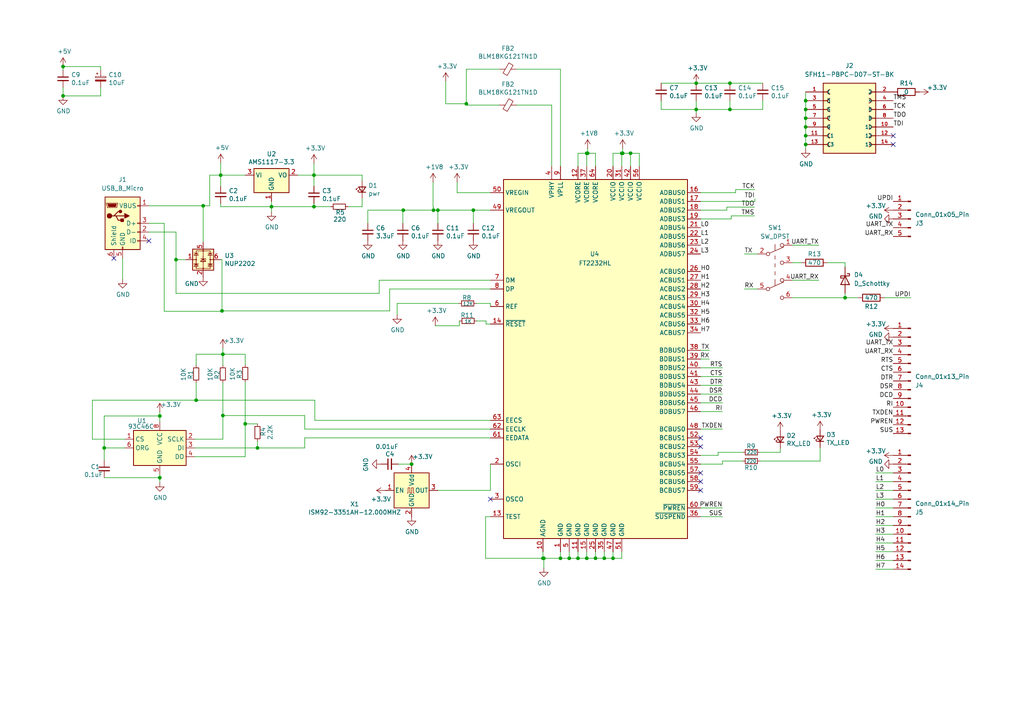
<source format=kicad_sch>
(kicad_sch (version 20230121) (generator eeschema)
  (paper "A4")
  (lib_symbols
    (symbol "Connector:Conn_01x05_Pin" (pin_names (offset 1.016) hide)
      (property "Reference" "J" (at 0 7.62 0))
      (property "Value" "Conn_01x05_Pin" (at 0 -7.62 0))
      (symbol "Conn_01x05_Pin_1_1"
        (pin passive line (at 5.08 5.08 180) (length 3.81) (name "Pin_1") (number "1"))
        (pin passive line (at 5.08 2.54 180) (length 3.81) (name "Pin_2") (number "2"))
        (pin passive line (at 5.08 0 180) (length 3.81) (name "Pin_3") (number "3"))
        (pin passive line (at 5.08 -2.54 180) (length 3.81) (name "Pin_4") (number "4"))
        (pin passive line (at 5.08 -5.08 180) (length 3.81) (name "Pin_5") (number "5"))
      )
    )
    (symbol "Connector:Conn_01x13_Pin" (pin_names (offset 1.016) hide)
      (property "Reference" "J" (at 0 17.78 0))
      (property "Value" "Conn_01x13_Pin" (at 0 -17.78 0))
      (symbol "Conn_01x13_Pin_1_1"
        (pin passive line (at 5.08 15.24 180) (length 3.81) (name "Pin_1") (number "1"))
        (pin passive line (at 5.08 -7.62 180) (length 3.81) (name "Pin_10") (number "10"))
        (pin passive line (at 5.08 -10.16 180) (length 3.81) (name "Pin_11") (number "11"))
        (pin passive line (at 5.08 -12.7 180) (length 3.81) (name "Pin_12") (number "12"))
        (pin passive line (at 5.08 -15.24 180) (length 3.81) (name "Pin_13") (number "13"))
        (pin passive line (at 5.08 12.7 180) (length 3.81) (name "Pin_2") (number "2"))
        (pin passive line (at 5.08 10.16 180) (length 3.81) (name "Pin_3") (number "3"))
        (pin passive line (at 5.08 7.62 180) (length 3.81) (name "Pin_4") (number "4"))
        (pin passive line (at 5.08 5.08 180) (length 3.81) (name "Pin_5") (number "5"))
        (pin passive line (at 5.08 2.54 180) (length 3.81) (name "Pin_6") (number "6"))
        (pin passive line (at 5.08 0 180) (length 3.81) (name "Pin_7") (number "7"))
        (pin passive line (at 5.08 -2.54 180) (length 3.81) (name "Pin_8") (number "8"))
        (pin passive line (at 5.08 -5.08 180) (length 3.81) (name "Pin_9") (number "9"))
      )
    )
    (symbol "Connector:Conn_01x14_Pin" (pin_names (offset 1.016) hide)
      (property "Reference" "J" (at 0 17.78 0))
      (property "Value" "Conn_01x14_Pin" (at 0 -20.32 0))
      (symbol "Conn_01x14_Pin_1_1"
        (pin passive line (at 5.08 15.24 180) (length 3.81) (name "Pin_1") (number "1"))
        (pin passive line (at 5.08 -7.62 180) (length 3.81) (name "Pin_10") (number "10"))
        (pin passive line (at 5.08 -10.16 180) (length 3.81) (name "Pin_11") (number "11"))
        (pin passive line (at 5.08 -12.7 180) (length 3.81) (name "Pin_12") (number "12"))
        (pin passive line (at 5.08 -15.24 180) (length 3.81) (name "Pin_13") (number "13"))
        (pin passive line (at 5.08 -17.78 180) (length 3.81) (name "Pin_14") (number "14"))
        (pin passive line (at 5.08 12.7 180) (length 3.81) (name "Pin_2") (number "2"))
        (pin passive line (at 5.08 10.16 180) (length 3.81) (name "Pin_3") (number "3"))
        (pin passive line (at 5.08 7.62 180) (length 3.81) (name "Pin_4") (number "4"))
        (pin passive line (at 5.08 5.08 180) (length 3.81) (name "Pin_5") (number "5"))
        (pin passive line (at 5.08 2.54 180) (length 3.81) (name "Pin_6") (number "6"))
        (pin passive line (at 5.08 0 180) (length 3.81) (name "Pin_7") (number "7"))
        (pin passive line (at 5.08 -2.54 180) (length 3.81) (name "Pin_8") (number "8"))
        (pin passive line (at 5.08 -5.08 180) (length 3.81) (name "Pin_9") (number "9"))
      )
    )
    (symbol "Connector:USB_B_Micro" (pin_names (offset 1.016))
      (property "Reference" "J" (at -5.08 11.43 0))
      (property "Value" "USB_B_Micro" (at -5.08 8.89 0))
      (symbol "USB_B_Micro_1_1"
        (pin power_out line (at 7.62 5.08 180) (length 2.54) (name "VBUS") (number "1"))
        (pin bidirectional line (at 7.62 -2.54 180) (length 2.54) (name "D-") (number "2"))
        (pin bidirectional line (at 7.62 0 180) (length 2.54) (name "D+") (number "3"))
        (pin passive line (at 7.62 -5.08 180) (length 2.54) (name "ID") (number "4"))
        (pin power_out line (at 0 -10.16 90) (length 2.54) (name "GND") (number "5"))
        (pin passive line (at -2.54 -10.16 90) (length 2.54) (name "Shield") (number "6"))
      )
    )
    (symbol "Device:C_Polarized_Small" (pin_numbers hide) (pin_names (offset 0.254) hide)
      (property "Reference" "C" (at 0.254 1.778 0))
      (property "Value" "C_Polarized_Small" (at 0.254 -2.032 0))
      (symbol "C_Polarized_Small_1_1"
        (pin passive line (at 0 2.54 270) (length 1.8542) (name "~") (number "1"))
        (pin passive line (at 0 -2.54 90) (length 1.8542) (name "~") (number "2"))
      )
    )
    (symbol "Device:C_Small" (pin_numbers hide) (pin_names (offset 0.254) hide)
      (property "Reference" "C" (at 0.254 1.778 0))
      (property "Value" "C_Small" (at 0.254 -2.032 0))
      (symbol "C_Small_1_1"
        (pin passive line (at 0 2.54 270) (length 2.032) (name "~") (number "1"))
        (pin passive line (at 0 -2.54 90) (length 2.032) (name "~") (number "2"))
      )
    )
    (symbol "Device:D_Schottky" (pin_numbers hide) (pin_names (offset 1.016) hide)
      (property "Reference" "D" (at 0 2.54 0))
      (property "Value" "D_Schottky" (at 0 -2.54 0))
      (symbol "D_Schottky_1_1"
        (pin passive line (at -3.81 0 0) (length 2.54) (name "K") (number "1"))
        (pin passive line (at 3.81 0 180) (length 2.54) (name "A") (number "2"))
      )
    )
    (symbol "Device:FerriteBead_Small" (pin_numbers hide) (pin_names (offset 0))
      (property "Reference" "FB" (at 1.905 1.27 0))
      (property "Value" "FerriteBead_Small" (at 1.905 -1.27 0))
      (symbol "FerriteBead_Small_1_1"
        (pin passive line (at 0 2.54 270) (length 1.27) (name "~") (number "1"))
        (pin passive line (at 0 -2.54 90) (length 1.27) (name "~") (number "2"))
      )
    )
    (symbol "Device:LED_Small" (pin_numbers hide) (pin_names (offset 0.254) hide)
      (property "Reference" "D" (at -1.27 3.175 0))
      (property "Value" "LED_Small" (at -4.445 -2.54 0))
      (symbol "LED_Small_1_1"
        (pin passive line (at -2.54 0 0) (length 1.778) (name "K") (number "1"))
        (pin passive line (at 2.54 0 180) (length 1.778) (name "A") (number "2"))
      )
    )
    (symbol "Device:R" (pin_numbers hide) (pin_names (offset 0))
      (property "Reference" "R" (at 2.032 0 90))
      (property "Value" "R" (at 0 0 90))
      (symbol "R_1_1"
        (pin passive line (at 0 3.81 270) (length 1.27) (name "~") (number "1"))
        (pin passive line (at 0 -3.81 90) (length 1.27) (name "~") (number "2"))
      )
    )
    (symbol "Device:R_Small" (pin_numbers hide) (pin_names (offset 0.254) hide)
      (property "Reference" "R" (at 0.762 0.508 0))
      (property "Value" "R_Small" (at 0.762 -1.016 0))
      (symbol "R_Small_1_1"
        (pin passive line (at 0 2.54 270) (length 0.762) (name "~") (number "1"))
        (pin passive line (at 0 -2.54 90) (length 0.762) (name "~") (number "2"))
      )
    )
    (symbol "Interface_USB:FT2232HL"
      (property "Reference" "U" (at -26.67 53.34 0))
      (property "Value" "FT2232HL" (at 19.05 53.34 0))
      (symbol "FT2232HL_1_1"
        (pin power_in line (at -10.16 -55.88 90) (length 3.81) (name "GND") (number "1"))
        (pin power_in line (at -15.24 -55.88 90) (length 3.81) (name "AGND") (number "10"))
        (pin power_in line (at -5.08 -55.88 90) (length 3.81) (name "GND") (number "11"))
        (pin power_in line (at -5.08 55.88 270) (length 3.81) (name "VCORE") (number "12"))
        (pin input line (at -30.48 -45.72 0) (length 3.81) (name "TEST") (number "13"))
        (pin input line (at -30.48 10.16 0) (length 3.81) (name "~{RESET}") (number "14"))
        (pin power_in line (at -2.54 -55.88 90) (length 3.81) (name "GND") (number "15"))
        (pin bidirectional line (at 30.48 48.26 180) (length 3.81) (name "ADBUS0") (number "16"))
        (pin bidirectional line (at 30.48 45.72 180) (length 3.81) (name "ADBUS1") (number "17"))
        (pin bidirectional line (at 30.48 43.18 180) (length 3.81) (name "ADBUS2") (number "18"))
        (pin bidirectional line (at 30.48 40.64 180) (length 3.81) (name "ADBUS3") (number "19"))
        (pin input line (at -30.48 -30.48 0) (length 3.81) (name "OSCI") (number "2"))
        (pin power_in line (at 5.08 55.88 270) (length 3.81) (name "VCCIO") (number "20"))
        (pin bidirectional line (at 30.48 38.1 180) (length 3.81) (name "ADBUS4") (number "21"))
        (pin bidirectional line (at 30.48 35.56 180) (length 3.81) (name "ADBUS5") (number "22"))
        (pin bidirectional line (at 30.48 33.02 180) (length 3.81) (name "ADBUS6") (number "23"))
        (pin bidirectional line (at 30.48 30.48 180) (length 3.81) (name "ADBUS7") (number "24"))
        (pin power_in line (at 0 -55.88 90) (length 3.81) (name "GND") (number "25"))
        (pin bidirectional line (at 30.48 25.4 180) (length 3.81) (name "ACBUS0") (number "26"))
        (pin bidirectional line (at 30.48 22.86 180) (length 3.81) (name "ACBUS1") (number "27"))
        (pin bidirectional line (at 30.48 20.32 180) (length 3.81) (name "ACBUS2") (number "28"))
        (pin bidirectional line (at 30.48 17.78 180) (length 3.81) (name "ACBUS3") (number "29"))
        (pin output line (at -30.48 -40.64 0) (length 3.81) (name "OSCO") (number "3"))
        (pin bidirectional line (at 30.48 15.24 180) (length 3.81) (name "ACBUS4") (number "30"))
        (pin power_in line (at 7.62 55.88 270) (length 3.81) (name "VCCIO") (number "31"))
        (pin bidirectional line (at 30.48 12.7 180) (length 3.81) (name "ACBUS5") (number "32"))
        (pin bidirectional line (at 30.48 10.16 180) (length 3.81) (name "ACBUS6") (number "33"))
        (pin bidirectional line (at 30.48 7.62 180) (length 3.81) (name "ACBUS7") (number "34"))
        (pin power_in line (at 2.54 -55.88 90) (length 3.81) (name "GND") (number "35"))
        (pin output line (at 30.48 -45.72 180) (length 3.81) (name "~{SUSPEND}") (number "36"))
        (pin power_in line (at -2.54 55.88 270) (length 3.81) (name "VCORE") (number "37"))
        (pin bidirectional line (at 30.48 2.54 180) (length 3.81) (name "BDBUS0") (number "38"))
        (pin bidirectional line (at 30.48 0 180) (length 3.81) (name "BDBUS1") (number "39"))
        (pin power_in line (at -12.7 55.88 270) (length 3.81) (name "VPHY") (number "4"))
        (pin bidirectional line (at 30.48 -2.54 180) (length 3.81) (name "BDBUS2") (number "40"))
        (pin bidirectional line (at 30.48 -5.08 180) (length 3.81) (name "BDBUS3") (number "41"))
        (pin power_in line (at 10.16 55.88 270) (length 3.81) (name "VCCIO") (number "42"))
        (pin bidirectional line (at 30.48 -7.62 180) (length 3.81) (name "BDBUS4") (number "43"))
        (pin bidirectional line (at 30.48 -10.16 180) (length 3.81) (name "BDBUS5") (number "44"))
        (pin bidirectional line (at 30.48 -12.7 180) (length 3.81) (name "BDBUS6") (number "45"))
        (pin bidirectional line (at 30.48 -15.24 180) (length 3.81) (name "BDBUS7") (number "46"))
        (pin power_in line (at 5.08 -55.88 90) (length 3.81) (name "GND") (number "47"))
        (pin bidirectional line (at 30.48 -20.32 180) (length 3.81) (name "BCBUS0") (number "48"))
        (pin power_out line (at -30.48 43.18 0) (length 3.81) (name "VREGOUT") (number "49"))
        (pin power_in line (at -7.62 -55.88 90) (length 3.81) (name "GND") (number "5"))
        (pin power_in line (at -30.48 48.26 0) (length 3.81) (name "VREGIN") (number "50"))
        (pin power_in line (at 7.62 -55.88 90) (length 3.81) (name "GND") (number "51"))
        (pin bidirectional line (at 30.48 -22.86 180) (length 3.81) (name "BCBUS1") (number "52"))
        (pin bidirectional line (at 30.48 -25.4 180) (length 3.81) (name "BCBUS2") (number "53"))
        (pin bidirectional line (at 30.48 -27.94 180) (length 3.81) (name "BCBUS3") (number "54"))
        (pin bidirectional line (at 30.48 -30.48 180) (length 3.81) (name "BCBUS4") (number "55"))
        (pin power_in line (at 12.7 55.88 270) (length 3.81) (name "VCCIO") (number "56"))
        (pin bidirectional line (at 30.48 -33.02 180) (length 3.81) (name "BCBUS5") (number "57"))
        (pin bidirectional line (at 30.48 -35.56 180) (length 3.81) (name "BCBUS6") (number "58"))
        (pin bidirectional line (at 30.48 -38.1 180) (length 3.81) (name "BCBUS7") (number "59"))
        (pin output line (at -30.48 15.24 0) (length 3.81) (name "REF") (number "6"))
        (pin output line (at 30.48 -43.18 180) (length 3.81) (name "~{PWREN}") (number "60"))
        (pin bidirectional line (at -30.48 -22.86 0) (length 3.81) (name "EEDATA") (number "61"))
        (pin output line (at -30.48 -20.32 0) (length 3.81) (name "EECLK") (number "62"))
        (pin output line (at -30.48 -17.78 0) (length 3.81) (name "EECS") (number "63"))
        (pin power_in line (at 0 55.88 270) (length 3.81) (name "VCORE") (number "64"))
        (pin bidirectional line (at -30.48 22.86 0) (length 3.81) (name "DM") (number "7"))
        (pin bidirectional line (at -30.48 20.32 0) (length 3.81) (name "DP") (number "8"))
        (pin input line (at -10.16 55.88 270) (length 3.81) (name "VPLL") (number "9"))
      )
    )
    (symbol "Memory_EEPROM:93CxxC"
      (property "Reference" "U" (at -7.62 6.35 0))
      (property "Value" "93CxxC" (at 2.54 -6.35 0))
      (symbol "93CxxC_1_1"
        (pin input line (at -10.16 2.54 0) (length 2.54) (name "CS") (number "1"))
        (pin input line (at 10.16 2.54 180) (length 2.54) (name "SCLK") (number "2"))
        (pin input line (at 10.16 0 180) (length 2.54) (name "DI") (number "3"))
        (pin tri_state line (at 10.16 -2.54 180) (length 2.54) (name "DO") (number "4"))
        (pin power_in line (at 0 -7.62 90) (length 2.54) (name "GND") (number "5"))
        (pin input line (at -10.16 0 0) (length 2.54) (name "ORG") (number "6"))
        (pin no_connect line (at -7.62 -2.54 0) (length 2.54) hide (name "NC") (number "7"))
        (pin power_in line (at 0 7.62 270) (length 2.54) (name "VCC") (number "8"))
      )
    )
    (symbol "Oscillator:ASE-xxxMHz" (pin_names (offset 0.254))
      (property "Reference" "X" (at -5.08 6.35 0))
      (property "Value" "ASE-xxxMHz" (at 1.27 -6.35 0))
      (symbol "ASE-xxxMHz_1_1"
        (pin input line (at -7.62 0 0) (length 2.54) (name "EN") (number "1"))
        (pin power_in line (at 0 -7.62 90) (length 2.54) (name "GND") (number "2"))
        (pin output line (at 7.62 0 180) (length 2.54) (name "OUT") (number "3"))
        (pin power_in line (at 0 7.62 270) (length 2.54) (name "Vdd") (number "4"))
      )
    )
    (symbol "Power_Protection:NUP2202"
      (property "Reference" "U" (at -5.334 -2.54 0))
      (property "Value" "NUP2202" (at 6.35 1.27 90))
      (symbol "NUP2202_1_1"
        (pin passive line (at -5.08 0 0) (length 2.54) (name "~") (number "1"))
        (pin passive line (at 0 -5.08 90) (length 2.54) (name "~") (number "2"))
        (pin no_connect line (at 0 -2.54 90) (length 2.54) hide (name "~") (number "3"))
        (pin no_connect line (at 0 2.54 270) (length 2.54) hide (name "~") (number "4"))
        (pin passive line (at 0 5.08 270) (length 2.54) (name "~") (number "5"))
        (pin passive line (at 5.08 0 180) (length 2.54) (name "~") (number "6"))
      )
    )
    (symbol "Regulator_Linear:AMS1117-3.3"
      (property "Reference" "U" (at -3.81 3.175 0))
      (property "Value" "AMS1117-3.3" (at 0 3.175 0))
      (symbol "AMS1117-3.3_1_1"
        (pin power_in line (at 0 -7.62 90) (length 2.54) (name "GND") (number "1"))
        (pin power_out line (at 7.62 0 180) (length 2.54) (name "VO") (number "2"))
        (pin power_in line (at -7.62 0 0) (length 2.54) (name "VI") (number "3"))
      )
    )
    (symbol "Switch:SW_Push_DPDT" (pin_names (offset 0) hide)
      (property "Reference" "SW" (at 0 8.89 0))
      (property "Value" "SW_Push_DPDT" (at 0 -10.16 0))
      (symbol "SW_Push_DPDT_1_1"
        (pin passive line (at 5.08 7.62 180) (length 2.54) (name "A") (number "1"))
        (pin passive line (at -5.08 5.08 0) (length 2.54) (name "B") (number "2"))
        (pin passive line (at 5.08 2.54 180) (length 2.54) (name "C") (number "3"))
        (pin passive line (at 5.08 -2.54 180) (length 2.54) (name "A") (number "4"))
        (pin passive line (at -5.08 -5.08 0) (length 2.54) (name "B") (number "5"))
        (pin passive line (at 5.08 -7.62 180) (length 2.54) (name "C") (number "6"))
      )
    )
    (symbol "power:+1V8" (power) (pin_names (offset 0))
      (property "Value" "+1V8" (at 0 3.556 0))
      (symbol "+1V8_1_1"
        (pin power_in line (at 0 0 90) (length 0) hide (name "+1V8") (number "1"))
      )
    )
    (symbol "power:+3.3V" (power) (pin_names (offset 0))
      (property "Value" "+3.3V" (at 0 3.556 0))
      (symbol "+3.3V_1_1"
        (pin power_in line (at 0 0 90) (length 0) hide (name "+3.3V") (number "1"))
      )
    )
    (symbol "power:+5V" (power) (pin_names (offset 0))
      (property "Value" "+5V" (at 0 3.556 0))
      (symbol "+5V_1_1"
        (pin power_in line (at 0 0 90) (length 0) hide (name "+5V") (number "1"))
      )
    )
    (symbol "power:GND" (power) (pin_names (offset 0))
      (property "Value" "GND" (at 0 -3.81 0))
      (symbol "GND_1_1"
        (pin power_in line (at 0 0 270) (length 0) hide (name "GND") (number "1"))
      )
    )
    (symbol "programmer:SFH11-PBPC-D07-ST-BK" (pin_names (offset 1.016))
      (property "Reference" "J" (at -7.62 11.43 0))
      (property "Value" "SFH11-PBPC-D07-ST-BK" (at -7.62 -12.7 0))
      (symbol "SFH11-PBPC-D07-ST-BK_0_0"
        (pin passive line (at -12.7 7.62 0) (length 5.08) (name "1") (number "1"))
        (pin passive line (at 12.7 -2.54 180) (length 5.08) (name "10") (number "10"))
        (pin passive line (at -12.7 -5.08 0) (length 5.08) (name "11") (number "11"))
        (pin passive line (at 12.7 -5.08 180) (length 5.08) (name "12") (number "12"))
        (pin passive line (at -12.7 -7.62 0) (length 5.08) (name "13") (number "13"))
        (pin passive line (at 12.7 -7.62 180) (length 5.08) (name "14") (number "14"))
        (pin passive line (at 12.7 7.62 180) (length 5.08) (name "2") (number "2"))
        (pin passive line (at -12.7 5.08 0) (length 5.08) (name "3") (number "3"))
        (pin passive line (at 12.7 5.08 180) (length 5.08) (name "4") (number "4"))
        (pin passive line (at -12.7 2.54 0) (length 5.08) (name "5") (number "5"))
        (pin passive line (at 12.7 2.54 180) (length 5.08) (name "6") (number "6"))
        (pin passive line (at -12.7 0 0) (length 5.08) (name "7") (number "7"))
        (pin passive line (at 12.7 0 180) (length 5.08) (name "8") (number "8"))
        (pin passive line (at -12.7 -2.54 0) (length 5.08) (name "9") (number "9"))
      )
    )
  )
  (junction (at 18.288 27.813))
  (junction (at 78.74 59.944))
  (junction (at 211.709 31.75))
  (junction (at 125.73 60.96))
  (junction (at 135.255 30.099))
  (junction (at 170.18 161.925))
  (junction (at 64.643 102.743))
  (junction (at 172.72 161.925))
  (junction (at 56.896 116.078))
  (junction (at 170.18 44.45))
  (junction (at 233.68 31.75))
  (junction (at 233.68 41.91))
  (junction (at 74.676 129.921))
  (junction (at 157.48 161.925))
  (junction (at 64.008 50.8))
  (junction (at 182.88 44.45))
  (junction (at 167.64 161.925))
  (junction (at 127 60.96))
  (junction (at 201.93 24.13))
  (junction (at 64.643 120.523))
  (junction (at 64.389 90.17))
  (junction (at 30.226 129.921))
  (junction (at 201.93 31.75))
  (junction (at 165.1 161.925))
  (junction (at 211.709 24.13))
  (junction (at 180.34 44.45))
  (junction (at 119.38 134.62))
  (junction (at 46.355 120.65))
  (junction (at 233.68 34.29))
  (junction (at 177.8 161.925))
  (junction (at 233.68 36.83))
  (junction (at 71.12 122.936))
  (junction (at 46.355 138.557))
  (junction (at 180.594 44.45))
  (junction (at 233.68 39.37))
  (junction (at 157.734 161.925))
  (junction (at 18.288 19.304))
  (junction (at 162.56 161.925))
  (junction (at 245.11 86.36))
  (junction (at 175.26 161.925))
  (junction (at 91.059 59.944))
  (junction (at 116.967 60.96))
  (junction (at 91.059 50.8))
  (junction (at 137.287 60.96))
  (junction (at 170.434 44.45))
  (junction (at 233.68 29.21))
  (junction (at 51.054 75.311))
  (junction (at 58.928 59.69))
  (no_connect (at 203.2 127))
  (no_connect (at 142.24 144.78))
  (no_connect (at 203.2 139.7))
  (no_connect (at 33.02 74.93))
  (no_connect (at 259.08 41.91))
  (no_connect (at 203.2 137.16))
  (no_connect (at 259.08 39.37))
  (no_connect (at 203.2 142.24))
  (no_connect (at 43.18 69.85))
  (no_connect (at 203.2 129.54))
  (wire (pts (xy 226.314 131.191) (xy 226.314 130.048)))
  (wire (pts (xy 203.2 134.62) (xy 209.55 134.62)))
  (wire (pts (xy 30.226 129.921) (xy 30.226 120.65)))
  (wire (pts (xy 126.238 94.488) (xy 133.223 94.488)))
  (wire (pts (xy 30.226 120.65) (xy 46.355 120.65)))
  (wire (pts (xy 140.97 93.98) (xy 142.24 93.98)))
  (wire (pts (xy 213.36 54.991) (xy 218.948 54.991)))
  (wire (pts (xy 254 157.48) (xy 259.08 157.48)))
  (wire (pts (xy 209.55 149.86) (xy 203.2 149.86)))
  (wire (pts (xy 116.84 61.341) (xy 116.84 64.77)))
  (wire (pts (xy 245.11 86.36) (xy 248.92 86.36)))
  (wire (pts (xy 36.195 129.921) (xy 30.226 129.921)))
  (wire (pts (xy 56.896 102.743) (xy 64.643 102.743)))
  (wire (pts (xy 209.55 119.38) (xy 203.2 119.38)))
  (wire (pts (xy 129.286 30.099) (xy 129.286 23.622)))
  (wire (pts (xy 30.226 129.921) (xy 30.226 133.477)))
  (wire (pts (xy 60.833 50.8) (xy 64.008 50.8)))
  (wire (pts (xy 29.21 25.4) (xy 29.21 27.813)))
  (wire (pts (xy 127 64.77) (xy 127 60.96)))
  (wire (pts (xy 106.68 64.77) (xy 106.68 60.96)))
  (wire (pts (xy 203.2 101.6) (xy 205.74 101.6)))
  (wire (pts (xy 210.82 60.071) (xy 218.821 60.071)))
  (wire (pts (xy 53.848 75.311) (xy 51.054 75.311)))
  (wire (pts (xy 254 154.94) (xy 259.08 154.94)))
  (wire (pts (xy 26.797 116.078) (xy 26.797 127.381)))
  (wire (pts (xy 245.11 85.09) (xy 245.11 86.36)))
  (wire (pts (xy 56.896 116.078) (xy 26.797 116.078)))
  (wire (pts (xy 157.48 161.925) (xy 157.734 161.925)))
  (wire (pts (xy 58.928 70.231) (xy 58.928 59.69)))
  (wire (pts (xy 254 139.7) (xy 259.08 139.7)))
  (wire (pts (xy 208.28 131.191) (xy 215.392 131.191)))
  (wire (pts (xy 209.55 116.84) (xy 203.2 116.84)))
  (wire (pts (xy 180.34 44.45) (xy 180.594 44.45)))
  (wire (pts (xy 56.515 129.921) (xy 74.676 129.921)))
  (wire (pts (xy 201.93 32.766) (xy 201.93 31.75)))
  (wire (pts (xy 91.059 59.055) (xy 91.059 59.944)))
  (wire (pts (xy 142.24 127) (xy 88.392 127)))
  (wire (pts (xy 209.55 124.46) (xy 203.2 124.46)))
  (wire (pts (xy 191.77 31.75) (xy 201.93 31.75)))
  (wire (pts (xy 172.72 44.45) (xy 170.434 44.45)))
  (wire (pts (xy 172.72 160.02) (xy 172.72 161.925)))
  (wire (pts (xy 185.42 48.26) (xy 185.42 44.45)))
  (wire (pts (xy 177.8 44.45) (xy 180.34 44.45)))
  (wire (pts (xy 167.64 161.925) (xy 170.18 161.925)))
  (wire (pts (xy 245.11 76.2) (xy 245.11 77.47)))
  (wire (pts (xy 256.54 86.36) (xy 264.16 86.36)))
  (wire (pts (xy 210.82 60.96) (xy 210.82 60.071)))
  (wire (pts (xy 64.643 102.743) (xy 64.643 105.918)))
  (wire (pts (xy 64.389 90.17) (xy 113.03 90.17)))
  (wire (pts (xy 46.355 119.507) (xy 46.355 120.65)))
  (wire (pts (xy 220.472 131.191) (xy 226.314 131.191)))
  (wire (pts (xy 211.709 31.75) (xy 221.234 31.75)))
  (wire (pts (xy 182.88 44.45) (xy 180.594 44.45)))
  (wire (pts (xy 116.967 60.96) (xy 125.73 60.96)))
  (wire (pts (xy 209.55 114.3) (xy 203.2 114.3)))
  (wire (pts (xy 106.68 60.96) (xy 116.967 60.96)))
  (wire (pts (xy 209.55 111.76) (xy 203.2 111.76)))
  (wire (pts (xy 29.21 27.813) (xy 18.288 27.813)))
  (wire (pts (xy 182.88 48.26) (xy 182.88 44.45)))
  (wire (pts (xy 135.255 20.066) (xy 135.255 30.099)))
  (wire (pts (xy 30.226 138.557) (xy 46.355 138.557)))
  (wire (pts (xy 91.059 59.944) (xy 95.885 59.944)))
  (wire (pts (xy 47.625 64.77) (xy 47.625 90.297)))
  (wire (pts (xy 209.55 133.731) (xy 215.392 133.731)))
  (wire (pts (xy 212.09 62.611) (xy 218.821 62.611)))
  (wire (pts (xy 43.18 67.31) (xy 51.054 67.31)))
  (wire (pts (xy 109.982 81.28) (xy 109.982 85.09)))
  (wire (pts (xy 172.72 48.26) (xy 172.72 44.45)))
  (wire (pts (xy 142.24 83.82) (xy 113.03 83.82)))
  (wire (pts (xy 233.68 29.21) (xy 233.68 31.75)))
  (wire (pts (xy 100.965 59.944) (xy 105.029 59.944)))
  (wire (pts (xy 170.18 160.02) (xy 170.18 161.925)))
  (wire (pts (xy 26.797 127.381) (xy 36.195 127.381)))
  (wire (pts (xy 71.12 102.743) (xy 71.12 105.791)))
  (wire (pts (xy 60.833 50.8) (xy 60.833 59.69)))
  (wire (pts (xy 64.008 50.8) (xy 64.008 47.244)))
  (wire (pts (xy 254 142.24) (xy 259.08 142.24)))
  (wire (pts (xy 201.93 31.75) (xy 211.709 31.75)))
  (wire (pts (xy 142.24 88.011) (xy 138.176 88.011)))
  (wire (pts (xy 144.78 30.48) (xy 135.255 30.48)))
  (wire (pts (xy 191.77 29.21) (xy 191.77 31.75)))
  (wire (pts (xy 142.24 142.24) (xy 142.24 134.62)))
  (wire (pts (xy 201.93 29.21) (xy 201.93 31.75)))
  (wire (pts (xy 211.709 29.21) (xy 211.709 31.75)))
  (wire (pts (xy 115.57 134.62) (xy 119.38 134.62)))
  (wire (pts (xy 142.24 55.88) (xy 132.588 55.88)))
  (wire (pts (xy 162.56 161.925) (xy 157.734 161.925)))
  (wire (pts (xy 237.49 71.12) (xy 229.87 71.12)))
  (wire (pts (xy 91.059 59.944) (xy 78.74 59.944)))
  (wire (pts (xy 209.55 134.62) (xy 209.55 133.731)))
  (wire (pts (xy 177.8 160.02) (xy 177.8 161.925)))
  (wire (pts (xy 74.676 129.921) (xy 88.392 129.921)))
  (wire (pts (xy 142.24 121.92) (xy 91.313 121.92)))
  (wire (pts (xy 167.64 44.45) (xy 167.64 48.26)))
  (wire (pts (xy 201.93 24.13) (xy 211.709 24.13)))
  (wire (pts (xy 88.392 124.46) (xy 88.392 120.523)))
  (wire (pts (xy 160.02 48.26) (xy 160.02 30.48)))
  (wire (pts (xy 140.97 93.98) (xy 140.97 93.091)))
  (wire (pts (xy 91.059 50.8) (xy 91.059 53.975)))
  (wire (pts (xy 18.288 19.304) (xy 18.288 20.32)))
  (wire (pts (xy 60.833 59.69) (xy 58.928 59.69)))
  (wire (pts (xy 74.676 129.921) (xy 74.676 128.016)))
  (wire (pts (xy 64.008 53.975) (xy 64.008 50.8)))
  (wire (pts (xy 78.74 59.944) (xy 78.74 61.468)))
  (wire (pts (xy 109.982 81.28) (xy 142.24 81.28)))
  (wire (pts (xy 56.896 110.998) (xy 56.896 116.078)))
  (wire (pts (xy 215.9 83.82) (xy 219.71 83.82)))
  (wire (pts (xy 64.008 59.055) (xy 64.008 59.944)))
  (wire (pts (xy 64.008 59.944) (xy 78.74 59.944)))
  (wire (pts (xy 240.03 76.2) (xy 245.11 76.2)))
  (wire (pts (xy 51.054 75.311) (xy 51.054 85.09)))
  (wire (pts (xy 209.55 147.32) (xy 203.2 147.32)))
  (wire (pts (xy 125.73 60.96) (xy 127 60.96)))
  (wire (pts (xy 18.288 27.813) (xy 18.288 25.4)))
  (wire (pts (xy 43.18 59.69) (xy 58.928 59.69)))
  (wire (pts (xy 237.49 81.28) (xy 229.87 81.28)))
  (wire (pts (xy 64.643 102.743) (xy 64.643 100.965)))
  (wire (pts (xy 218.948 58.42) (xy 218.948 57.658)))
  (wire (pts (xy 170.434 44.45) (xy 170.18 44.45)))
  (wire (pts (xy 105.029 59.944) (xy 105.029 57.531)))
  (wire (pts (xy 254 149.86) (xy 259.08 149.86)))
  (wire (pts (xy 177.8 48.26) (xy 177.8 44.45)))
  (wire (pts (xy 203.2 104.14) (xy 205.74 104.14)))
  (wire (pts (xy 51.054 67.31) (xy 51.054 75.311)))
  (wire (pts (xy 254 144.78) (xy 259.08 144.78)))
  (wire (pts (xy 211.709 24.13) (xy 221.234 24.13)))
  (wire (pts (xy 64.643 127.381) (xy 56.515 127.381)))
  (wire (pts (xy 133.096 88.011) (xy 115.189 88.011)))
  (wire (pts (xy 254 147.32) (xy 259.08 147.32)))
  (wire (pts (xy 209.55 106.68) (xy 203.2 106.68)))
  (wire (pts (xy 115.189 88.011) (xy 115.189 91.313)))
  (wire (pts (xy 175.26 161.925) (xy 177.8 161.925)))
  (wire (pts (xy 203.2 55.88) (xy 213.36 55.88)))
  (wire (pts (xy 142.24 149.86) (xy 140.843 149.86)))
  (wire (pts (xy 191.77 24.13) (xy 201.93 24.13)))
  (wire (pts (xy 142.24 88.9) (xy 142.24 88.011)))
  (wire (pts (xy 170.18 161.925) (xy 172.72 161.925)))
  (wire (pts (xy 105.029 52.451) (xy 105.029 50.8)))
  (wire (pts (xy 233.68 31.75) (xy 233.68 34.29)))
  (wire (pts (xy 133.223 93.091) (xy 133.223 94.488)))
  (wire (pts (xy 165.1 161.925) (xy 167.64 161.925)))
  (wire (pts (xy 91.059 50.8) (xy 105.029 50.8)))
  (wire (pts (xy 157.734 161.925) (xy 157.734 164.719)))
  (wire (pts (xy 64.389 75.311) (xy 64.389 90.17)))
  (wire (pts (xy 233.68 43.18) (xy 233.68 41.91)))
  (wire (pts (xy 91.059 50.8) (xy 86.36 50.8)))
  (wire (pts (xy 144.78 20.066) (xy 135.255 20.066)))
  (wire (pts (xy 88.392 127) (xy 88.392 129.921)))
  (wire (pts (xy 160.02 30.48) (xy 149.86 30.48)))
  (wire (pts (xy 170.18 44.45) (xy 167.64 44.45)))
  (wire (pts (xy 233.68 26.67) (xy 233.68 29.21)))
  (wire (pts (xy 29.21 19.304) (xy 29.21 20.32)))
  (wire (pts (xy 165.1 160.02) (xy 165.1 161.925)))
  (wire (pts (xy 46.355 137.541) (xy 46.355 138.557)))
  (wire (pts (xy 215.9 73.66) (xy 219.71 73.66)))
  (wire (pts (xy 46.355 138.557) (xy 46.355 139.954)))
  (wire (pts (xy 140.97 93.091) (xy 138.303 93.091)))
  (wire (pts (xy 237.871 133.731) (xy 237.871 129.794)))
  (wire (pts (xy 162.56 160.02) (xy 162.56 161.925)))
  (wire (pts (xy 116.967 61.341) (xy 116.84 61.341)))
  (wire (pts (xy 209.55 109.22) (xy 203.2 109.22)))
  (wire (pts (xy 47.625 90.297) (xy 64.389 90.297)))
  (wire (pts (xy 229.87 86.36) (xy 245.11 86.36)))
  (wire (pts (xy 56.896 116.078) (xy 91.313 116.078)))
  (wire (pts (xy 140.843 149.86) (xy 140.843 161.925)))
  (wire (pts (xy 71.12 110.871) (xy 71.12 122.936)))
  (wire (pts (xy 180.34 160.02) (xy 180.34 161.925)))
  (wire (pts (xy 167.64 160.02) (xy 167.64 161.925)))
  (wire (pts (xy 157.48 160.02) (xy 157.48 161.925)))
  (wire (pts (xy 64.643 120.523) (xy 64.643 127.381)))
  (wire (pts (xy 180.594 43.053) (xy 180.594 44.45)))
  (wire (pts (xy 125.603 60.071) (xy 125.603 52.832)))
  (wire (pts (xy 91.059 50.8) (xy 91.059 47.371)))
  (wire (pts (xy 71.12 122.936) (xy 71.12 132.461)))
  (wire (pts (xy 91.313 121.92) (xy 91.313 116.078)))
  (wire (pts (xy 113.03 83.82) (xy 113.03 90.17)))
  (wire (pts (xy 203.2 132.08) (xy 208.28 132.08)))
  (wire (pts (xy 203.2 63.5) (xy 212.09 63.5)))
  (wire (pts (xy 208.28 132.08) (xy 208.28 131.191)))
  (wire (pts (xy 127 142.24) (xy 142.24 142.24)))
  (wire (pts (xy 162.56 161.925) (xy 165.1 161.925)))
  (wire (pts (xy 56.515 132.461) (xy 71.12 132.461)))
  (wire (pts (xy 254 137.16) (xy 259.08 137.16)))
  (wire (pts (xy 170.18 44.45) (xy 170.18 48.26)))
  (wire (pts (xy 64.389 90.17) (xy 64.389 90.297)))
  (wire (pts (xy 254 160.02) (xy 259.08 160.02)))
  (wire (pts (xy 64.643 102.743) (xy 71.12 102.743)))
  (wire (pts (xy 137.287 60.96) (xy 142.24 60.96)))
  (wire (pts (xy 51.054 85.09) (xy 109.982 85.09)))
  (wire (pts (xy 172.72 161.925) (xy 175.26 161.925)))
  (wire (pts (xy 88.392 120.523) (xy 64.643 120.523)))
  (wire (pts (xy 162.56 48.26) (xy 162.56 20.066)))
  (wire (pts (xy 182.88 44.45) (xy 185.42 44.45)))
  (wire (pts (xy 116.967 61.341) (xy 116.967 60.96)))
  (wire (pts (xy 47.625 64.77) (xy 43.18 64.77)))
  (wire (pts (xy 233.68 39.37) (xy 233.68 41.91)))
  (wire (pts (xy 177.8 161.925) (xy 180.34 161.925)))
  (wire (pts (xy 213.36 55.88) (xy 213.36 54.991)))
  (wire (pts (xy 203.2 60.96) (xy 210.82 60.96)))
  (wire (pts (xy 170.434 43.053) (xy 170.434 44.45)))
  (wire (pts (xy 221.234 31.75) (xy 221.234 29.21)))
  (wire (pts (xy 203.2 58.42) (xy 218.948 58.42)))
  (wire (pts (xy 212.09 63.5) (xy 212.09 62.611)))
  (wire (pts (xy 18.288 19.304) (xy 29.21 19.304)))
  (wire (pts (xy 132.588 55.88) (xy 132.588 52.832)))
  (wire (pts (xy 254 152.4) (xy 259.08 152.4)))
  (wire (pts (xy 254 165.1) (xy 259.08 165.1)))
  (wire (pts (xy 233.68 36.83) (xy 233.68 39.37)))
  (wire (pts (xy 64.008 75.311) (xy 64.389 75.311)))
  (wire (pts (xy 137.287 64.77) (xy 137.287 60.96)))
  (wire (pts (xy 180.34 44.45) (xy 180.34 48.26)))
  (wire (pts (xy 142.24 124.46) (xy 88.392 124.46)))
  (wire (pts (xy 46.355 120.65) (xy 46.355 122.301)))
  (wire (pts (xy 56.896 105.918) (xy 56.896 102.743)))
  (wire (pts (xy 78.74 58.42) (xy 78.74 59.944)))
  (wire (pts (xy 125.73 60.96) (xy 125.73 60.071)))
  (wire (pts (xy 233.68 34.29) (xy 233.68 36.83)))
  (wire (pts (xy 229.87 76.2) (xy 232.41 76.2)))
  (wire (pts (xy 64.643 110.998) (xy 64.643 120.523)))
  (wire (pts (xy 74.676 122.936) (xy 71.12 122.936)))
  (wire (pts (xy 125.73 60.071) (xy 125.603 60.071)))
  (wire (pts (xy 135.255 30.48) (xy 135.255 30.099)))
  (wire (pts (xy 175.26 160.02) (xy 175.26 161.925)))
  (wire (pts (xy 254 162.56) (xy 259.08 162.56)))
  (wire (pts (xy 162.56 20.066) (xy 149.86 20.066)))
  (wire (pts (xy 135.255 30.099) (xy 129.286 30.099)))
  (wire (pts (xy 220.472 133.731) (xy 237.871 133.731)))
  (wire (pts (xy 64.008 50.8) (xy 71.12 50.8)))
  (wire (pts (xy 35.56 74.93) (xy 35.56 81.026)))
  (wire (pts (xy 127 60.96) (xy 137.287 60.96)))
  (wire (pts (xy 140.843 161.925) (xy 157.48 161.925)))
  (label "H1" (at 254 149.86 0))
  (label "TXDEN" (at 209.55 124.46 180))
  (label "PWREN" (at 259.08 123.19 180))
  (label "TDI" (at 218.948 57.658 180))
  (label "UART_RX" (at 259.08 68.58 180))
  (label "UART_RX" (at 237.49 81.28 180))
  (label "RI" (at 259.08 118.11 180))
  (label "L3" (at 254 144.78 0))
  (label "RTS" (at 259.08 105.41 180))
  (label "H1" (at 203.2 81.28 0))
  (label "TMS" (at 218.821 62.611 180))
  (label "UART_TX" (at 259.08 100.33 180))
  (label "DTR" (at 209.55 111.76 180))
  (label "H2" (at 203.2 83.82 0))
  (label "TCK" (at 218.948 54.991 180))
  (label "H2" (at 254 152.4 0))
  (label "L0" (at 203.2 66.04 0))
  (label "TDO" (at 218.821 60.071 180))
  (label "H6" (at 254 162.56 0))
  (label "UPDI" (at 259.08 58.42 180))
  (label "TXDEN" (at 259.08 120.65 180))
  (label "DSR" (at 209.55 114.3 180))
  (label "UART_TX" (at 237.49 71.12 180))
  (label "TX" (at 215.9 73.66 0))
  (label "DCD" (at 259.08 115.57 180))
  (label "H5" (at 203.2 91.44 0))
  (label "SUS" (at 259.08 125.73 180))
  (label "L1" (at 203.2 68.58 0))
  (label "UPDI" (at 264.16 86.36 180))
  (label "DTR" (at 259.08 110.49 180))
  (label "H4" (at 203.2 88.9 0))
  (label "RX" (at 215.9 83.82 0))
  (label "L0" (at 254 137.16 0))
  (label "CTS" (at 259.08 107.95 180))
  (label "L1" (at 254 139.7 0))
  (label "H0" (at 203.2 78.74 0))
  (label "TMS" (at 259.08 29.21 0))
  (label "UART_TX" (at 259.08 66.04 180))
  (label "H3" (at 254 154.94 0))
  (label "H3" (at 203.2 86.36 0))
  (label "L2" (at 254 142.24 0))
  (label "CTS" (at 209.55 109.22 180))
  (label "RX" (at 205.74 104.14 180))
  (label "H5" (at 254 160.02 0))
  (label "RTS" (at 209.55 106.68 180))
  (label "TDO" (at 259.08 34.29 0))
  (label "H4" (at 254 157.48 0))
  (label "UART_RX" (at 259.08 102.87 180))
  (label "L2" (at 203.2 71.12 0))
  (label "TDI" (at 259.08 36.83 0))
  (label "TCK" (at 259.08 31.75 0))
  (label "H7" (at 203.2 96.52 0))
  (label "L3" (at 203.2 73.66 0))
  (label "TX" (at 205.74 101.6 180))
  (label "DSR" (at 259.08 113.03 180))
  (label "H7" (at 254 165.1 0))
  (label "SUS" (at 209.55 149.86 180))
  (label "PWREN" (at 209.55 147.32 180))
  (label "RI" (at 209.55 119.38 180))
  (label "H6" (at 203.2 93.98 0))
  (label "DCD" (at 209.55 116.84 180))
  (label "H0" (at 254 147.32 0))
  (symbol (lib_id "Memory_EEPROM:93CxxC") (at 46.355 129.921 0) (unit 1)
    (property "Reference" "U1" (at 41.148 122.047 0))
    (property "Value" "93C46C" (at 40.894 123.698 0))
    (property "Footprint" "Package_SO:SOIC-8_3.9x4.9mm_P1.27mm" (effects hide))
    (property "Datasheet" "http://ww1.microchip.com/downloads/en/DeviceDoc/20001749K.pdf" (effects hide))
    (property "Digi" "https://www.digikey.com/en/products/detail/microchip-technology/93C46C-I-SN/572644" (effects hide))
  )
  (symbol (lib_id "Regulator_Linear:AMS1117-3.3") (at 78.74 50.8 0) (unit 1)
    (property "Reference" "U2" (at 78.74 44.6532 0))
    (property "Value" "AMS1117-3.3" (at 78.74 46.9646 0))
    (property "Footprint" "Package_TO_SOT_SMD:SOT-223-3_TabPin2" (effects hide))
    (property "Datasheet" "http://www.advanced-monolithic.com/pdf/ds1117.pdf" (effects hide))
    (property "Digi" "https://www.digikey.com/en/products/detail/evvo/AMS1117-3-3/22482148" (effects hide))
  )
  (symbol (lib_id "Device:R_Small") (at 56.896 108.458 180) (unit 1)
    (property "Reference" "R1" (at 55.245 108.712 90))
    (property "Value" "10K" (at 53.213 108.585 90))
    (property "Footprint" "Resistor_SMD:R_0603_1608Metric_Pad0.98x0.95mm_HandSolder" (effects hide))
  )
  (symbol (lib_id "Device:R_Small") (at 64.643 108.458 180) (unit 1)
    (property "Reference" "R2" (at 62.992 108.712 90))
    (property "Value" "10K" (at 60.96 108.585 90))
    (property "Footprint" "Resistor_SMD:R_0603_1608Metric_Pad0.98x0.95mm_HandSolder" (effects hide))
  )
  (symbol (lib_id "Device:R_Small") (at 71.12 108.331 180) (unit 1)
    (property "Reference" "R3" (at 69.469 108.585 90))
    (property "Value" "10K" (at 67.437 108.458 90))
    (property "Footprint" "Resistor_SMD:R_0603_1608Metric_Pad0.98x0.95mm_HandSolder" (effects hide))
  )
  (symbol (lib_id "power:+3.3V") (at 64.643 100.965 0) (unit 1)
    (property "Reference" "#PWR0116" (effects hide))
    (property "Value" "+3.3V" (at 67.818 98.806 0))
  )
  (symbol (lib_id "power:+3.3V") (at 46.355 119.507 0) (unit 1)
    (property "Reference" "#PWR0117" (effects hide))
    (property "Value" "+3.3V" (at 49.53 117.348 0))
  )
  (symbol (lib_id "power:GND") (at 46.355 139.954 0) (unit 1)
    (property "Reference" "#PWR0118" (effects hide))
    (property "Value" "GND" (at 46.482 144.3482 0))
  )
  (symbol (lib_id "power:GND") (at 35.56 81.026 0) (unit 1)
    (property "Reference" "#PWR0103" (effects hide))
    (property "Value" "GND" (at 35.687 85.4202 0))
  )
  (symbol (lib_id "power:GND") (at 78.74 61.468 0) (unit 1)
    (property "Reference" "#PWR0104" (effects hide))
    (property "Value" "GND" (at 78.867 65.8622 0))
  )
  (symbol (lib_id "Device:C_Small") (at 64.008 56.515 0) (unit 1)
    (property "Reference" "C2" (at 66.3448 55.3466 0) (effects (justify left)))
    (property "Value" "0.1uF" (at 66.3448 57.658 0) (effects (justify left)))
    (property "Footprint" "Capacitor_SMD:C_0603_1608Metric_Pad1.08x0.95mm_HandSolder" (effects hide))
  )
  (symbol (lib_id "Device:C_Small") (at 91.059 56.515 0) (unit 1)
    (property "Reference" "C3" (at 93.3958 55.3466 0) (effects (justify left)))
    (property "Value" "0.1uF" (at 93.3958 57.658 0) (effects (justify left)))
    (property "Footprint" "Capacitor_SMD:C_0603_1608Metric_Pad1.08x0.95mm_HandSolder" (effects hide))
  )
  (symbol (lib_id "Device:C_Small") (at 30.226 136.017 0) (unit 1)
    (property "Reference" "C1" (at 26.289 135.382 0) (effects (justify left)))
    (property "Value" "0.1uF" (at 24.384 137.668 0) (effects (justify left)))
    (property "Footprint" "Capacitor_SMD:C_0603_1608Metric_Pad1.08x0.95mm_HandSolder" (effects hide))
  )
  (symbol (lib_id "Device:LED_Small") (at 105.029 54.991 90) (unit 1)
    (property "Reference" "D1" (at 106.807 53.8226 90) (effects (justify right)))
    (property "Value" "pwr" (at 106.807 56.134 90) (effects (justify right)))
    (property "Footprint" "LED_SMD:LED_0603_1608Metric_Pad1.05x0.95mm_HandSolder" (effects hide))
  )
  (symbol (lib_id "Device:R_Small") (at 98.425 59.944 270) (unit 1)
    (property "Reference" "R5" (at 98.679 61.595 90))
    (property "Value" "220" (at 98.552 63.627 90))
    (property "Footprint" "Resistor_SMD:R_0603_1608Metric_Pad0.98x0.95mm_HandSolder" (effects hide))
  )
  (symbol (lib_id "Device:R_Small") (at 74.676 125.476 0) (unit 1)
    (property "Reference" "R4" (at 76.327 125.222 90))
    (property "Value" "2.2K" (at 78.359 125.349 90))
    (property "Footprint" "Resistor_SMD:R_0603_1608Metric_Pad0.98x0.95mm_HandSolder" (effects hide))
  )
  (symbol (lib_id "power:+3.3V") (at 91.059 47.371 0) (unit 1)
    (property "Reference" "#PWR0105" (effects hide))
    (property "Value" "+3.3V" (at 91.44 42.9768 0))
  )
  (symbol (lib_id "Device:C_Small") (at 113.03 134.62 90) (unit 1)
    (property "Reference" "C4" (at 114.427 131.699 90) (effects (justify left)))
    (property "Value" "0.01uF" (at 115.57 129.54 90) (effects (justify left)))
    (property "Footprint" "Capacitor_SMD:C_0603_1608Metric_Pad1.08x0.95mm_HandSolder" (effects hide))
  )
  (symbol (lib_id "power:GND") (at 233.68 43.18 0) (unit 1)
    (property "Reference" "#PWR0121" (effects hide))
    (property "Value" "GND" (at 233.807 47.5742 0))
  )
  (symbol (lib_id "Device:C_Polarized_Small") (at 29.21 22.86 0) (unit 1)
    (property "Reference" "C10" (at 31.4452 21.6916 0) (effects (justify left)))
    (property "Value" "10uF" (at 31.4452 24.003 0) (effects (justify left)))
    (property "Footprint" "Capacitor_SMD:C_0603_1608Metric_Pad1.08x0.95mm_HandSolder" (effects hide))
  )
  (symbol (lib_id "Interface_USB:FT2232HL") (at 172.72 104.14 0) (unit 1)
    (property "Reference" "U4" (at 172.466 73.66 0))
    (property "Value" "FT2232HL" (at 172.593 76.327 0))
    (property "Footprint" "Package_QFP:LQFP-64_10x10mm_P0.5mm" (effects hide))
    (property "Datasheet" "https://www.ftdichip.com/Support/Documents/DataSheets/ICs/DS_FT2232H.pdf" (effects hide))
  )
  (symbol (lib_id "Power_Protection:NUP2202") (at 58.928 75.311 0) (unit 1)
    (property "Reference" "U3" (at 65.1256 74.1426 0) (effects (justify left)))
    (property "Value" "NUP2202" (at 65.1256 76.454 0) (effects (justify left)))
    (property "Footprint" "Package_TO_SOT_SMD:SOT-363_SC-70-6" (effects hide))
    (property "Datasheet" "http://www.onsemi.ru.com/pub_link/Collateral/NUP2202W1-D.PDF" (effects hide))
  )
  (symbol (lib_id "power:GND") (at 58.928 80.391 0) (unit 1)
    (property "Reference" "#PWR01" (effects hide))
    (property "Value" "GND" (at 55.626 82.296 0))
  )
  (symbol (lib_id "power:GND") (at 157.734 164.719 0) (unit 1)
    (property "Reference" "#PWR04" (effects hide))
    (property "Value" "GND" (at 157.861 169.1132 0))
  )
  (symbol (lib_id "Device:C_Small") (at 191.77 26.67 0) (unit 1)
    (property "Reference" "C7" (at 194.1068 25.5016 0) (effects (justify left)))
    (property "Value" "0.1uF" (at 194.1068 27.813 0) (effects (justify left)))
    (property "Footprint" "Capacitor_SMD:C_0603_1608Metric_Pad1.08x0.95mm_HandSolder" (effects hide))
  )
  (symbol (lib_id "Device:R_Small") (at 135.763 93.091 90) (unit 1)
    (property "Reference" "R11" (at 135.509 91.44 90))
    (property "Value" "1K" (at 135.763 93.218 90) (effects (font (size 0.9906 0.9906))))
    (property "Footprint" "Resistor_SMD:R_0603_1608Metric_Pad0.98x0.95mm_HandSolder" (effects hide))
  )
  (symbol (lib_id "Device:R_Small") (at 135.636 88.011 90) (unit 1)
    (property "Reference" "R8" (at 135.382 86.36 90))
    (property "Value" "12K" (at 135.763 88.138 90) (effects (font (size 0.9906 0.9906))))
    (property "Footprint" "Resistor_SMD:R_0603_1608Metric_Pad0.98x0.95mm_HandSolder" (effects hide))
  )
  (symbol (lib_id "power:GND") (at 115.189 91.313 0) (unit 1)
    (property "Reference" "#PWR02" (effects hide))
    (property "Value" "GND" (at 115.316 95.7072 0))
  )
  (symbol (lib_id "power:+3.3V") (at 126.238 94.488 0) (unit 1)
    (property "Reference" "#PWR03" (effects hide))
    (property "Value" "+3.3V" (at 126.619 90.0938 0))
  )
  (symbol (lib_id "power:+5V") (at 64.008 47.244 0) (unit 1)
    (property "Reference" "#PWR0102" (effects hide))
    (property "Value" "+5V" (at 64.389 42.8498 0))
  )
  (symbol (lib_id "power:+1V8") (at 170.434 43.053 0) (unit 1)
    (property "Reference" "#PWR0101" (effects hide))
    (property "Value" "+1V8" (at 170.815 38.6588 0))
  )
  (symbol (lib_id "power:+1V8") (at 125.603 52.832 0) (unit 1)
    (property "Reference" "#PWR0106" (effects hide))
    (property "Value" "+1V8" (at 125.984 48.4378 0))
  )
  (symbol (lib_id "power:+3.3V") (at 132.588 52.832 0) (unit 1)
    (property "Reference" "#PWR0107" (effects hide))
    (property "Value" "+3.3V" (at 132.969 48.4378 0))
  )
  (symbol (lib_id "power:+3.3V") (at 180.594 43.053 0) (unit 1)
    (property "Reference" "#PWR0111" (effects hide))
    (property "Value" "+3.3V" (at 180.975 38.6588 0))
  )
  (symbol (lib_id "Device:FerriteBead_Small") (at 147.32 20.066 270) (unit 1)
    (property "Reference" "FB2" (at 147.32 14.0462 90))
    (property "Value" "BLM18KG121TN1D" (at 147.32 16.3576 90))
    (property "Footprint" "Inductor_SMD:L_0603_1608Metric_Pad1.05x0.95mm_HandSolder" (effects hide))
    (property "Datasheet" "https://www.murata.com/products/productdata/8796738650142/ENFA0003.pdf" (effects hide))
    (property "Digi" "https://www.digikey.com/en/products/detail/murata-electronics/BLM18KG121TN1D/1982762" (effects hide))
  )
  (symbol (lib_id "power:+3.3V") (at 129.286 23.622 0) (unit 1)
    (property "Reference" "#PWR05" (effects hide))
    (property "Value" "+3.3V" (at 129.667 19.2278 0))
  )
  (symbol (lib_id "Device:C_Small") (at 18.288 22.86 0) (unit 1)
    (property "Reference" "C9" (at 20.6248 21.6916 0) (effects (justify left)))
    (property "Value" "0.1uF" (at 20.6248 24.003 0) (effects (justify left)))
    (property "Footprint" "Capacitor_SMD:C_0603_1608Metric_Pad1.08x0.95mm_HandSolder" (effects hide))
  )
  (symbol (lib_id "Device:LED_Small") (at 226.314 127.508 90) (unit 1)
    (property "Reference" "D2" (at 228.092 126.3396 90) (effects (justify right)))
    (property "Value" "RX_LED" (at 228.092 128.651 90) (effects (justify right)))
    (property "Footprint" "LED_SMD:LED_0603_1608Metric_Pad1.05x0.95mm_HandSolder" (effects hide))
  )
  (symbol (lib_id "Device:R_Small") (at 217.932 131.191 270) (unit 1)
    (property "Reference" "R9" (at 217.805 129.413 90))
    (property "Value" "220" (at 218.059 131.191 90) (effects (font (size 0.9906 0.9906))))
    (property "Footprint" "Resistor_SMD:R_0603_1608Metric_Pad0.98x0.95mm_HandSolder" (effects hide))
  )
  (symbol (lib_id "Device:R_Small") (at 217.932 133.731 270) (unit 1)
    (property "Reference" "R10" (at 217.805 135.636 90))
    (property "Value" "220" (at 217.932 133.731 90) (effects (font (size 0.9906 0.9906))))
    (property "Footprint" "Resistor_SMD:R_0603_1608Metric_Pad0.98x0.95mm_HandSolder" (effects hide))
  )
  (symbol (lib_id "power:+5V") (at 18.288 19.304 0) (unit 1)
    (property "Reference" "#PWR0108" (effects hide))
    (property "Value" "+5V" (at 18.669 14.9098 0))
  )
  (symbol (lib_id "power:GND") (at 18.288 27.813 0) (unit 1)
    (property "Reference" "#PWR0109" (effects hide))
    (property "Value" "GND" (at 18.415 32.2072 0))
  )
  (symbol (lib_id "Device:LED_Small") (at 237.871 127.254 90) (unit 1)
    (property "Reference" "D3" (at 239.649 126.0856 90) (effects (justify right)))
    (property "Value" "TX_LED" (at 239.649 128.397 90) (effects (justify right)))
    (property "Footprint" "LED_SMD:LED_0603_1608Metric_Pad1.05x0.95mm_HandSolder" (effects hide))
  )
  (symbol (lib_id "power:+3.3V") (at 226.314 124.968 0) (unit 1)
    (property "Reference" "#PWR06" (effects hide))
    (property "Value" "+3.3V" (at 226.695 120.5738 0))
  )
  (symbol (lib_id "power:+3.3V") (at 237.871 124.714 0) (unit 1)
    (property "Reference" "#PWR07" (effects hide))
    (property "Value" "+3.3V" (at 238.252 120.3198 0))
  )
  (symbol (lib_id "Device:C_Small") (at 201.93 26.67 0) (unit 1)
    (property "Reference" "C13" (at 204.2668 25.5016 0) (effects (justify left)))
    (property "Value" "0.1uF" (at 204.2668 27.813 0) (effects (justify left)))
    (property "Footprint" "Capacitor_SMD:C_0603_1608Metric_Pad1.08x0.95mm_HandSolder" (effects hide))
  )
  (symbol (lib_id "Device:C_Small") (at 211.709 26.67 0) (unit 1)
    (property "Reference" "C14" (at 214.0458 25.5016 0) (effects (justify left)))
    (property "Value" "0.1uF" (at 214.0458 27.813 0) (effects (justify left)))
    (property "Footprint" "Capacitor_SMD:C_0603_1608Metric_Pad1.08x0.95mm_HandSolder" (effects hide))
  )
  (symbol (lib_id "Device:C_Small") (at 221.234 26.67 0) (unit 1)
    (property "Reference" "C15" (at 223.5708 25.5016 0) (effects (justify left)))
    (property "Value" "0.1uF" (at 223.5708 27.813 0) (effects (justify left)))
    (property "Footprint" "Capacitor_SMD:C_0603_1608Metric_Pad1.08x0.95mm_HandSolder" (effects hide))
  )
  (symbol (lib_id "Device:C_Small") (at 116.84 67.31 0) (unit 1)
    (property "Reference" "C6" (at 119.1768 66.1416 0) (effects (justify left)))
    (property "Value" "0.1uF" (at 119.1768 68.453 0) (effects (justify left)))
    (property "Footprint" "Capacitor_SMD:C_0603_1608Metric_Pad1.08x0.95mm_HandSolder" (effects hide))
  )
  (symbol (lib_id "Device:C_Small") (at 127 67.31 0) (unit 1)
    (property "Reference" "C11" (at 129.3368 66.1416 0) (effects (justify left)))
    (property "Value" "0.1uF" (at 129.3368 68.453 0) (effects (justify left)))
    (property "Footprint" "Capacitor_SMD:C_0603_1608Metric_Pad1.08x0.95mm_HandSolder" (effects hide))
  )
  (symbol (lib_id "Device:C_Small") (at 137.287 67.31 0) (unit 1)
    (property "Reference" "C12" (at 139.6238 66.1416 0) (effects (justify left)))
    (property "Value" "0.1uF" (at 139.6238 68.453 0) (effects (justify left)))
    (property "Footprint" "Capacitor_SMD:C_0603_1608Metric_Pad1.08x0.95mm_HandSolder" (effects hide))
  )
  (symbol (lib_id "power:GND") (at 116.84 69.85 0) (unit 1)
    (property "Reference" "#PWR08" (effects hide))
    (property "Value" "GND" (at 116.967 74.2442 0))
  )
  (symbol (lib_id "power:GND") (at 127 69.85 0) (unit 1)
    (property "Reference" "#PWR09" (effects hide))
    (property "Value" "GND" (at 127.127 74.2442 0))
  )
  (symbol (lib_id "power:GND") (at 137.287 69.85 0) (unit 1)
    (property "Reference" "#PWR010" (effects hide))
    (property "Value" "GND" (at 137.414 74.2442 0))
  )
  (symbol (lib_id "power:+3.3V") (at 201.93 24.13 0) (unit 1)
    (property "Reference" "#PWR011" (effects hide))
    (property "Value" "+3.3V" (at 202.311 19.7358 0))
  )
  (symbol (lib_id "power:GND") (at 201.93 32.766 0) (unit 1)
    (property "Reference" "#PWR012" (effects hide))
    (property "Value" "GND" (at 202.057 37.1602 0))
  )
  (symbol (lib_id "Device:R") (at 262.89 26.67 90) (unit 1)
    (property "Reference" "R14" (at 262.89 24.13 90))
    (property "Value" "0" (at 262.89 26.67 90))
    (property "Footprint" "Resistor_SMD:R_0603_1608Metric_Pad0.98x0.95mm_HandSolder" (effects hide))
  )
  (symbol (lib_id "Switch:SW_Push_DPDT") (at 224.79 78.74 0) (unit 1)
    (property "Reference" "SW1" (at 224.79 66.04 0))
    (property "Value" "SW_DPST" (at 224.79 68.58 0))
    (property "Footprint" "programmer:DPDT" (effects hide))
    (property "Datasheet" "https://www.cuidevices.com/product/resource/slw-913535-2a-smt.pdf" (effects hide))
    (property "Digi" "https://www.digikey.com/en/products/detail/cui-devices/SLW-913535-2A-SMT/21259974" (effects hide))
  )
  (symbol (lib_id "Device:R") (at 236.22 76.2 90) (unit 1)
    (property "Reference" "R13" (at 236.22 73.66 90))
    (property "Value" "470" (at 236.22 76.2 90))
    (property "Footprint" "Resistor_SMD:R_0603_1608Metric_Pad0.98x0.95mm_HandSolder" (effects hide))
  )
  (symbol (lib_id "Connector:Conn_01x13_Pin") (at 264.16 110.49 0) (mirror y) (unit 1)
    (property "Reference" "J4" (at 265.43 111.76 0) (effects (justify right)))
    (property "Value" "Conn_01x13_Pin" (at 265.43 109.22 0) (effects (justify right)))
    (property "Footprint" "Connector_PinHeader_2.54mm:PinHeader_1x13_P2.54mm_Vertical" (effects hide))
  )
  (symbol (lib_id "power:+3.3V") (at 119.38 134.62 0) (unit 1)
    (property "Reference" "#PWR0116" (effects hide))
    (property "Value" "+3.3V" (at 122.555 132.461 0))
  )
  (symbol (lib_id "power:GND") (at 259.08 97.79 270) (unit 1)
    (property "Reference" "#PWR0121" (effects hide))
    (property "Value" "GND" (at 254 97.028 90))
  )
  (symbol (lib_id "power:+3.3V") (at 259.08 95.25 90) (unit 1)
    (property "Reference" "#PWR0111" (effects hide))
    (property "Value" "+3.3V" (at 254 93.98 90))
  )
  (symbol (lib_id "Device:FerriteBead_Small") (at 147.32 30.48 270) (unit 1)
    (property "Reference" "FB2" (at 147.32 24.4602 90))
    (property "Value" "BLM18KG121TN1D" (at 147.32 26.7716 90))
    (property "Footprint" "Inductor_SMD:L_0603_1608Metric_Pad1.05x0.95mm_HandSolder" (effects hide))
    (property "Datasheet" "https://www.murata.com/products/productdata/8796738650142/ENFA0003.pdf" (effects hide))
    (property "Digi" "https://www.digikey.com/en/products/detail/murata-electronics/BLM18KG121TN1D/1982762" (effects hide))
  )
  (symbol (lib_id "programmer:SFH11-PBPC-D07-ST-BK") (at 246.38 34.29 0) (unit 1)
    (property "Reference" "J2" (at 246.38 19.05 0))
    (property "Value" "SFH11-PBPC-D07-ST-BK" (at 246.38 21.59 0))
    (property "Footprint" "programmer:SULLINS_SFH11-PBPC-D07-ST-BK" (effects hide))
    (property "PARTREV" "J" (effects hide))
    (property "STANDARD" "Manufacturer Recommendations" (effects hide))
    (property "MAXIMUM_PACKAGE_HEIGHT" "8.5 mm" (effects hide))
    (property "MANUFACTURER" "Sullins Connector" (effects hide))
    (property "Digi" "https://www.digikey.com/en/products/detail/sullins-connector-solutions/SFH11-PBPC-D07-ST-BK/1990088" (effects hide))
    (property "Pair" "https://www.digikey.com/en/products/detail/sullins-connector-solutions/SBH11-PBPC-D07-ST-BK/1990063" (effects hide))
  )
  (symbol (lib_id "Connector:USB_B_Micro") (at 35.56 64.77 0) (unit 1)
    (property "Reference" "J1" (at 35.56 52.07 0))
    (property "Value" "USB_B_Micro" (at 35.56 54.61 0))
    (property "Footprint" "Connector_USB:USB_Micro-B_Amphenol_10118193-0001LF_Horizontal" (effects hide))
    (property "Datasheet" "https://cdn.amphenol-cs.com/media/wysiwyg/files/documentation/datasheet/inputoutput/io_usb_micro.pdf" (effects hide))
    (property "Digi" "https://www.digikey.com/en/products/detail/amphenol-cs-fci/10118193-0001LF/2785388" (effects hide))
  )
  (symbol (lib_id "power:+3.3V") (at 259.08 132.08 90) (unit 1)
    (property "Reference" "#PWR0111" (effects hide))
    (property "Value" "+3.3V" (at 254 130.81 90))
  )
  (symbol (lib_id "power:GND") (at 110.49 134.62 270) (unit 1)
    (property "Reference" "#PWR02" (effects hide))
    (property "Value" "GND" (at 106.0958 134.747 0))
  )
  (symbol (lib_id "Connector:Conn_01x05_Pin") (at 264.16 63.5 0) (mirror y) (unit 1)
    (property "Reference" "J3" (at 265.43 64.77 0) (effects (justify right)))
    (property "Value" "Conn_01x05_Pin" (at 265.43 62.23 0) (effects (justify right)))
    (property "Footprint" "Connector_PinHeader_2.54mm:PinHeader_1x05_P2.54mm_Vertical" (effects hide))
  )
  (symbol (lib_id "power:GND") (at 259.08 134.62 270) (unit 1)
    (property "Reference" "#PWR0121" (effects hide))
    (property "Value" "GND" (at 254 133.858 90))
  )
  (symbol (lib_id "power:GND") (at 119.38 149.86 0) (unit 1)
    (property "Reference" "#PWR02" (effects hide))
    (property "Value" "GND" (at 119.507 154.2542 0))
  )
  (symbol (lib_id "Device:D_Schottky") (at 245.11 81.28 270) (unit 1)
    (property "Reference" "D4" (at 247.65 79.6925 90) (effects (justify left)))
    (property "Value" "D_Schottky" (at 247.65 82.2325 90) (effects (justify left)))
    (property "Footprint" "Diode_SMD:D_0603_1608Metric_Pad1.05x0.95mm_HandSolder" (effects hide))
    (property "Datasheet" "https://datasheets.kyocera-avx.com/schottky.pdf" (effects hide))
    (property "Digi" "https://www.digikey.com/en/products/detail/kyocera-avx/SD0603S040S0R2/3749482" (effects hide))
  )
  (symbol (lib_id "power:GND") (at 106.68 69.85 0) (unit 1)
    (property "Reference" "#PWR08" (effects hide))
    (property "Value" "GND" (at 106.807 74.2442 0))
  )
  (symbol (lib_id "power:+3.3V") (at 266.7 26.67 270) (unit 1)
    (property "Reference" "#PWR0111" (effects hide))
    (property "Value" "+3.3V" (at 271.78 25.4 90))
  )
  (symbol (lib_id "Oscillator:ASE-xxxMHz") (at 119.38 142.24 0) (unit 1)
    (property "Reference" "X1" (at 102.87 146.2121 0))
    (property "Value" "ISM92-3351AH-12.000MHZ" (at 102.87 148.59 0))
    (property "Footprint" "Oscillator:Oscillator_SMD_Abracon_ASE-4Pin_3.2x2.5mm_HandSoldering" (effects hide))
    (property "Datasheet" "https://abracon.com/datasheets/ILSI/ISM92.pdf" (effects hide))
    (property "Field4" "https://www.digikey.com/en/products/detail/ilsi/ISM92-3351AH-12-000MHZ/12619961" (effects hide))
  )
  (symbol (lib_id "power:GND") (at 259.08 63.5 270) (unit 1)
    (property "Reference" "#PWR0121" (effects hide))
    (property "Value" "GND" (at 254 62.738 90))
  )
  (symbol (lib_id "Device:C_Small") (at 106.68 67.31 0) (unit 1)
    (property "Reference" "C6" (at 109.0168 66.1416 0) (effects (justify left)))
    (property "Value" "3.3uF" (at 109.0168 68.453 0) (effects (justify left)))
    (property "Footprint" "Capacitor_SMD:C_0603_1608Metric_Pad1.08x0.95mm_HandSolder" (effects hide))
  )
  (symbol (lib_id "Connector:Conn_01x14_Pin") (at 264.16 147.32 0) (mirror y) (unit 1)
    (property "Reference" "J5" (at 265.43 148.59 0) (effects (justify right)))
    (property "Value" "Conn_01x14_Pin" (at 265.43 146.05 0) (effects (justify right)))
    (property "Footprint" "Connector_PinHeader_2.54mm:PinHeader_1x14_P2.54mm_Vertical" (effects hide))
  )
  (symbol (lib_id "Device:R") (at 252.73 86.36 270) (unit 1)
    (property "Reference" "R12" (at 252.73 88.9 90))
    (property "Value" "470" (at 252.73 86.36 90))
    (property "Footprint" "Resistor_SMD:R_0603_1608Metric_Pad0.98x0.95mm_HandSolder" (effects hide))
  )
  (symbol (lib_id "power:+3.3V") (at 259.08 60.96 90) (unit 1)
    (property "Reference" "#PWR0111" (effects hide))
    (property "Value" "+3.3V" (at 254 59.69 90))
  )
  (symbol (lib_id "power:+3.3V") (at 111.76 142.24 90) (unit 1)
    (property "Reference" "#PWR0116" (effects hide))
    (property "Value" "+3.3V" (at 110.49 144.78 90))
  )
)
</source>
